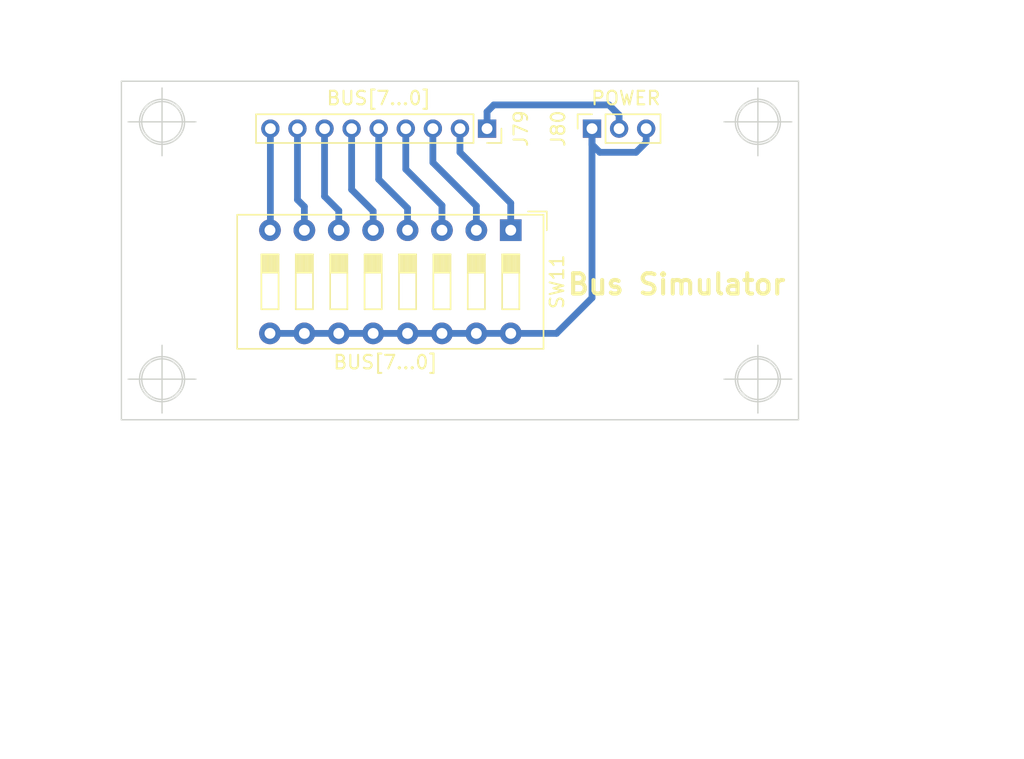
<source format=kicad_pcb>
(kicad_pcb (version 20171130) (host pcbnew 5.1.5+dfsg1-2build2)

  (general
    (thickness 1.6)
    (drawings 16)
    (tracks 37)
    (zones 0)
    (modules 3)
    (nets 11)
  )

  (page A4)
  (title_block
    (title "Bus Simulator")
    (date 2021-01-22)
    (rev 1)
    (comment 1 "Tec. Henrique Silva")
  )

  (layers
    (0 F.Cu signal)
    (31 B.Cu signal)
    (32 B.Adhes user)
    (33 F.Adhes user)
    (34 B.Paste user)
    (35 F.Paste user)
    (36 B.SilkS user)
    (37 F.SilkS user)
    (38 B.Mask user)
    (39 F.Mask user)
    (40 Dwgs.User user)
    (41 Cmts.User user)
    (42 Eco1.User user)
    (43 Eco2.User user)
    (44 Edge.Cuts user)
    (45 Margin user)
    (46 B.CrtYd user)
    (47 F.CrtYd user)
    (48 B.Fab user)
    (49 F.Fab user)
  )

  (setup
    (last_trace_width 0.5)
    (trace_clearance 0.2)
    (zone_clearance 0.508)
    (zone_45_only no)
    (trace_min 0.2)
    (via_size 0.8)
    (via_drill 0.4)
    (via_min_size 0.4)
    (via_min_drill 0.3)
    (uvia_size 0.3)
    (uvia_drill 0.1)
    (uvias_allowed no)
    (uvia_min_size 0.2)
    (uvia_min_drill 0.1)
    (edge_width 0.1)
    (segment_width 0.2)
    (pcb_text_width 0.3)
    (pcb_text_size 1.5 1.5)
    (mod_edge_width 0.15)
    (mod_text_size 1 1)
    (mod_text_width 0.15)
    (pad_size 1.524 1.524)
    (pad_drill 0.762)
    (pad_to_mask_clearance 0)
    (aux_axis_origin 0 0)
    (visible_elements FFFFFF7F)
    (pcbplotparams
      (layerselection 0x010fc_ffffffff)
      (usegerberextensions false)
      (usegerberattributes false)
      (usegerberadvancedattributes false)
      (creategerberjobfile false)
      (excludeedgelayer true)
      (linewidth 0.100000)
      (plotframeref false)
      (viasonmask false)
      (mode 1)
      (useauxorigin false)
      (hpglpennumber 1)
      (hpglpenspeed 20)
      (hpglpendiameter 15.000000)
      (psnegative false)
      (psa4output false)
      (plotreference true)
      (plotvalue true)
      (plotinvisibletext false)
      (padsonsilk false)
      (subtractmaskfromsilk false)
      (outputformat 1)
      (mirror false)
      (drillshape 1)
      (scaleselection 1)
      (outputdirectory ""))
  )

  (net 0 "")
  (net 1 bus7)
  (net 2 bus6)
  (net 3 bus5)
  (net 4 bus4)
  (net 5 bus3)
  (net 6 bus2)
  (net 7 bus1)
  (net 8 bus0)
  (net 9 GND)
  (net 10 +5V)

  (net_class Default "This is the default net class."
    (clearance 0.2)
    (trace_width 0.5)
    (via_dia 0.8)
    (via_drill 0.4)
    (uvia_dia 0.3)
    (uvia_drill 0.1)
    (add_net +5V)
    (add_net GND)
    (add_net bus0)
    (add_net bus1)
    (add_net bus2)
    (add_net bus3)
    (add_net bus4)
    (add_net bus5)
    (add_net bus6)
    (add_net bus7)
  )

  (module Connector_PinSocket_2.00mm:PinSocket_1x03_P2.00mm_Vertical (layer F.Cu) (tedit 5A19A42B) (tstamp 600BCEA7)
    (at 154.75 85.5 90)
    (descr "Through hole straight socket strip, 1x03, 2.00mm pitch, single row (from Kicad 4.0.7), script generated")
    (tags "Through hole socket strip THT 1x03 2.00mm single row")
    (path /63C1891F)
    (fp_text reference J80 (at 0 -2.5 90) (layer F.SilkS)
      (effects (font (size 1 1) (thickness 0.15)))
    )
    (fp_text value POWER (at 2.25 2.5 180) (layer F.SilkS)
      (effects (font (size 1 1) (thickness 0.15)))
    )
    (fp_line (start -1 -1) (end 0.5 -1) (layer F.Fab) (width 0.1))
    (fp_line (start 0.5 -1) (end 1 -0.5) (layer F.Fab) (width 0.1))
    (fp_line (start 1 -0.5) (end 1 5) (layer F.Fab) (width 0.1))
    (fp_line (start 1 5) (end -1 5) (layer F.Fab) (width 0.1))
    (fp_line (start -1 5) (end -1 -1) (layer F.Fab) (width 0.1))
    (fp_line (start -1.06 1) (end 1.06 1) (layer F.SilkS) (width 0.12))
    (fp_line (start -1.06 1) (end -1.06 5.06) (layer F.SilkS) (width 0.12))
    (fp_line (start -1.06 5.06) (end 1.06 5.06) (layer F.SilkS) (width 0.12))
    (fp_line (start 1.06 1) (end 1.06 5.06) (layer F.SilkS) (width 0.12))
    (fp_line (start 1.06 -1.06) (end 1.06 0) (layer F.SilkS) (width 0.12))
    (fp_line (start 0 -1.06) (end 1.06 -1.06) (layer F.SilkS) (width 0.12))
    (fp_line (start -1.5 -1.5) (end 1.5 -1.5) (layer F.CrtYd) (width 0.05))
    (fp_line (start 1.5 -1.5) (end 1.5 5.5) (layer F.CrtYd) (width 0.05))
    (fp_line (start 1.5 5.5) (end -1.5 5.5) (layer F.CrtYd) (width 0.05))
    (fp_line (start -1.5 5.5) (end -1.5 -1.5) (layer F.CrtYd) (width 0.05))
    (fp_text user %R (at 0 2) (layer F.Fab)
      (effects (font (size 1 1) (thickness 0.15)))
    )
    (pad 1 thru_hole rect (at 0 0 90) (size 1.35 1.35) (drill 0.8) (layers *.Cu *.Mask)
      (net 10 +5V))
    (pad 2 thru_hole oval (at 0 2 90) (size 1.35 1.35) (drill 0.8) (layers *.Cu *.Mask)
      (net 9 GND))
    (pad 3 thru_hole oval (at 0 4 90) (size 1.35 1.35) (drill 0.8) (layers *.Cu *.Mask)
      (net 10 +5V))
    (model ${KISYS3DMOD}/Connector_PinSocket_2.00mm.3dshapes/PinSocket_1x03_P2.00mm_Vertical.wrl
      (at (xyz 0 0 0))
      (scale (xyz 1 1 1))
      (rotate (xyz 0 0 0))
    )
  )

  (module Button_Switch_THT:SW_DIP_SPSTx08_Slide_9.78x22.5mm_W7.62mm_P2.54mm (layer F.Cu) (tedit 5A4E1405) (tstamp 600BCFCC)
    (at 148.75 93 270)
    (descr "8x-dip-switch SPST , Slide, row spacing 7.62 mm (300 mils), body size 9.78x22.5mm (see e.g. https://www.ctscorp.com/wp-content/uploads/206-208.pdf)")
    (tags "DIP Switch SPST Slide 7.62mm 300mil")
    (path /63C729F9)
    (fp_text reference SW11 (at 3.81 -3.42 90) (layer F.SilkS)
      (effects (font (size 1 1) (thickness 0.15)))
    )
    (fp_text value BUS[7...0] (at 9.75 9.25 180) (layer F.SilkS)
      (effects (font (size 1 1) (thickness 0.15)))
    )
    (fp_line (start -0.08 -2.36) (end 8.7 -2.36) (layer F.Fab) (width 0.1))
    (fp_line (start 8.7 -2.36) (end 8.7 20.14) (layer F.Fab) (width 0.1))
    (fp_line (start 8.7 20.14) (end -1.08 20.14) (layer F.Fab) (width 0.1))
    (fp_line (start -1.08 20.14) (end -1.08 -1.36) (layer F.Fab) (width 0.1))
    (fp_line (start -1.08 -1.36) (end -0.08 -2.36) (layer F.Fab) (width 0.1))
    (fp_line (start 1.78 -0.635) (end 1.78 0.635) (layer F.Fab) (width 0.1))
    (fp_line (start 1.78 0.635) (end 5.84 0.635) (layer F.Fab) (width 0.1))
    (fp_line (start 5.84 0.635) (end 5.84 -0.635) (layer F.Fab) (width 0.1))
    (fp_line (start 5.84 -0.635) (end 1.78 -0.635) (layer F.Fab) (width 0.1))
    (fp_line (start 1.78 -0.535) (end 3.133333 -0.535) (layer F.Fab) (width 0.1))
    (fp_line (start 1.78 -0.435) (end 3.133333 -0.435) (layer F.Fab) (width 0.1))
    (fp_line (start 1.78 -0.335) (end 3.133333 -0.335) (layer F.Fab) (width 0.1))
    (fp_line (start 1.78 -0.235) (end 3.133333 -0.235) (layer F.Fab) (width 0.1))
    (fp_line (start 1.78 -0.135) (end 3.133333 -0.135) (layer F.Fab) (width 0.1))
    (fp_line (start 1.78 -0.035) (end 3.133333 -0.035) (layer F.Fab) (width 0.1))
    (fp_line (start 1.78 0.065) (end 3.133333 0.065) (layer F.Fab) (width 0.1))
    (fp_line (start 1.78 0.165) (end 3.133333 0.165) (layer F.Fab) (width 0.1))
    (fp_line (start 1.78 0.265) (end 3.133333 0.265) (layer F.Fab) (width 0.1))
    (fp_line (start 1.78 0.365) (end 3.133333 0.365) (layer F.Fab) (width 0.1))
    (fp_line (start 1.78 0.465) (end 3.133333 0.465) (layer F.Fab) (width 0.1))
    (fp_line (start 1.78 0.565) (end 3.133333 0.565) (layer F.Fab) (width 0.1))
    (fp_line (start 3.133333 -0.635) (end 3.133333 0.635) (layer F.Fab) (width 0.1))
    (fp_line (start 1.78 1.905) (end 1.78 3.175) (layer F.Fab) (width 0.1))
    (fp_line (start 1.78 3.175) (end 5.84 3.175) (layer F.Fab) (width 0.1))
    (fp_line (start 5.84 3.175) (end 5.84 1.905) (layer F.Fab) (width 0.1))
    (fp_line (start 5.84 1.905) (end 1.78 1.905) (layer F.Fab) (width 0.1))
    (fp_line (start 1.78 2.005) (end 3.133333 2.005) (layer F.Fab) (width 0.1))
    (fp_line (start 1.78 2.105) (end 3.133333 2.105) (layer F.Fab) (width 0.1))
    (fp_line (start 1.78 2.205) (end 3.133333 2.205) (layer F.Fab) (width 0.1))
    (fp_line (start 1.78 2.305) (end 3.133333 2.305) (layer F.Fab) (width 0.1))
    (fp_line (start 1.78 2.405) (end 3.133333 2.405) (layer F.Fab) (width 0.1))
    (fp_line (start 1.78 2.505) (end 3.133333 2.505) (layer F.Fab) (width 0.1))
    (fp_line (start 1.78 2.605) (end 3.133333 2.605) (layer F.Fab) (width 0.1))
    (fp_line (start 1.78 2.705) (end 3.133333 2.705) (layer F.Fab) (width 0.1))
    (fp_line (start 1.78 2.805) (end 3.133333 2.805) (layer F.Fab) (width 0.1))
    (fp_line (start 1.78 2.905) (end 3.133333 2.905) (layer F.Fab) (width 0.1))
    (fp_line (start 1.78 3.005) (end 3.133333 3.005) (layer F.Fab) (width 0.1))
    (fp_line (start 1.78 3.105) (end 3.133333 3.105) (layer F.Fab) (width 0.1))
    (fp_line (start 3.133333 1.905) (end 3.133333 3.175) (layer F.Fab) (width 0.1))
    (fp_line (start 1.78 4.445) (end 1.78 5.715) (layer F.Fab) (width 0.1))
    (fp_line (start 1.78 5.715) (end 5.84 5.715) (layer F.Fab) (width 0.1))
    (fp_line (start 5.84 5.715) (end 5.84 4.445) (layer F.Fab) (width 0.1))
    (fp_line (start 5.84 4.445) (end 1.78 4.445) (layer F.Fab) (width 0.1))
    (fp_line (start 1.78 4.545) (end 3.133333 4.545) (layer F.Fab) (width 0.1))
    (fp_line (start 1.78 4.645) (end 3.133333 4.645) (layer F.Fab) (width 0.1))
    (fp_line (start 1.78 4.745) (end 3.133333 4.745) (layer F.Fab) (width 0.1))
    (fp_line (start 1.78 4.845) (end 3.133333 4.845) (layer F.Fab) (width 0.1))
    (fp_line (start 1.78 4.945) (end 3.133333 4.945) (layer F.Fab) (width 0.1))
    (fp_line (start 1.78 5.045) (end 3.133333 5.045) (layer F.Fab) (width 0.1))
    (fp_line (start 1.78 5.145) (end 3.133333 5.145) (layer F.Fab) (width 0.1))
    (fp_line (start 1.78 5.245) (end 3.133333 5.245) (layer F.Fab) (width 0.1))
    (fp_line (start 1.78 5.345) (end 3.133333 5.345) (layer F.Fab) (width 0.1))
    (fp_line (start 1.78 5.445) (end 3.133333 5.445) (layer F.Fab) (width 0.1))
    (fp_line (start 1.78 5.545) (end 3.133333 5.545) (layer F.Fab) (width 0.1))
    (fp_line (start 1.78 5.645) (end 3.133333 5.645) (layer F.Fab) (width 0.1))
    (fp_line (start 3.133333 4.445) (end 3.133333 5.715) (layer F.Fab) (width 0.1))
    (fp_line (start 1.78 6.985) (end 1.78 8.255) (layer F.Fab) (width 0.1))
    (fp_line (start 1.78 8.255) (end 5.84 8.255) (layer F.Fab) (width 0.1))
    (fp_line (start 5.84 8.255) (end 5.84 6.985) (layer F.Fab) (width 0.1))
    (fp_line (start 5.84 6.985) (end 1.78 6.985) (layer F.Fab) (width 0.1))
    (fp_line (start 1.78 7.085) (end 3.133333 7.085) (layer F.Fab) (width 0.1))
    (fp_line (start 1.78 7.185) (end 3.133333 7.185) (layer F.Fab) (width 0.1))
    (fp_line (start 1.78 7.285) (end 3.133333 7.285) (layer F.Fab) (width 0.1))
    (fp_line (start 1.78 7.385) (end 3.133333 7.385) (layer F.Fab) (width 0.1))
    (fp_line (start 1.78 7.485) (end 3.133333 7.485) (layer F.Fab) (width 0.1))
    (fp_line (start 1.78 7.585) (end 3.133333 7.585) (layer F.Fab) (width 0.1))
    (fp_line (start 1.78 7.685) (end 3.133333 7.685) (layer F.Fab) (width 0.1))
    (fp_line (start 1.78 7.785) (end 3.133333 7.785) (layer F.Fab) (width 0.1))
    (fp_line (start 1.78 7.885) (end 3.133333 7.885) (layer F.Fab) (width 0.1))
    (fp_line (start 1.78 7.985) (end 3.133333 7.985) (layer F.Fab) (width 0.1))
    (fp_line (start 1.78 8.085) (end 3.133333 8.085) (layer F.Fab) (width 0.1))
    (fp_line (start 1.78 8.185) (end 3.133333 8.185) (layer F.Fab) (width 0.1))
    (fp_line (start 3.133333 6.985) (end 3.133333 8.255) (layer F.Fab) (width 0.1))
    (fp_line (start 1.78 9.525) (end 1.78 10.795) (layer F.Fab) (width 0.1))
    (fp_line (start 1.78 10.795) (end 5.84 10.795) (layer F.Fab) (width 0.1))
    (fp_line (start 5.84 10.795) (end 5.84 9.525) (layer F.Fab) (width 0.1))
    (fp_line (start 5.84 9.525) (end 1.78 9.525) (layer F.Fab) (width 0.1))
    (fp_line (start 1.78 9.625) (end 3.133333 9.625) (layer F.Fab) (width 0.1))
    (fp_line (start 1.78 9.725) (end 3.133333 9.725) (layer F.Fab) (width 0.1))
    (fp_line (start 1.78 9.825) (end 3.133333 9.825) (layer F.Fab) (width 0.1))
    (fp_line (start 1.78 9.925) (end 3.133333 9.925) (layer F.Fab) (width 0.1))
    (fp_line (start 1.78 10.025) (end 3.133333 10.025) (layer F.Fab) (width 0.1))
    (fp_line (start 1.78 10.125) (end 3.133333 10.125) (layer F.Fab) (width 0.1))
    (fp_line (start 1.78 10.225) (end 3.133333 10.225) (layer F.Fab) (width 0.1))
    (fp_line (start 1.78 10.325) (end 3.133333 10.325) (layer F.Fab) (width 0.1))
    (fp_line (start 1.78 10.425) (end 3.133333 10.425) (layer F.Fab) (width 0.1))
    (fp_line (start 1.78 10.525) (end 3.133333 10.525) (layer F.Fab) (width 0.1))
    (fp_line (start 1.78 10.625) (end 3.133333 10.625) (layer F.Fab) (width 0.1))
    (fp_line (start 1.78 10.725) (end 3.133333 10.725) (layer F.Fab) (width 0.1))
    (fp_line (start 3.133333 9.525) (end 3.133333 10.795) (layer F.Fab) (width 0.1))
    (fp_line (start 1.78 12.065) (end 1.78 13.335) (layer F.Fab) (width 0.1))
    (fp_line (start 1.78 13.335) (end 5.84 13.335) (layer F.Fab) (width 0.1))
    (fp_line (start 5.84 13.335) (end 5.84 12.065) (layer F.Fab) (width 0.1))
    (fp_line (start 5.84 12.065) (end 1.78 12.065) (layer F.Fab) (width 0.1))
    (fp_line (start 1.78 12.165) (end 3.133333 12.165) (layer F.Fab) (width 0.1))
    (fp_line (start 1.78 12.265) (end 3.133333 12.265) (layer F.Fab) (width 0.1))
    (fp_line (start 1.78 12.365) (end 3.133333 12.365) (layer F.Fab) (width 0.1))
    (fp_line (start 1.78 12.465) (end 3.133333 12.465) (layer F.Fab) (width 0.1))
    (fp_line (start 1.78 12.565) (end 3.133333 12.565) (layer F.Fab) (width 0.1))
    (fp_line (start 1.78 12.665) (end 3.133333 12.665) (layer F.Fab) (width 0.1))
    (fp_line (start 1.78 12.765) (end 3.133333 12.765) (layer F.Fab) (width 0.1))
    (fp_line (start 1.78 12.865) (end 3.133333 12.865) (layer F.Fab) (width 0.1))
    (fp_line (start 1.78 12.965) (end 3.133333 12.965) (layer F.Fab) (width 0.1))
    (fp_line (start 1.78 13.065) (end 3.133333 13.065) (layer F.Fab) (width 0.1))
    (fp_line (start 1.78 13.165) (end 3.133333 13.165) (layer F.Fab) (width 0.1))
    (fp_line (start 1.78 13.265) (end 3.133333 13.265) (layer F.Fab) (width 0.1))
    (fp_line (start 3.133333 12.065) (end 3.133333 13.335) (layer F.Fab) (width 0.1))
    (fp_line (start 1.78 14.605) (end 1.78 15.875) (layer F.Fab) (width 0.1))
    (fp_line (start 1.78 15.875) (end 5.84 15.875) (layer F.Fab) (width 0.1))
    (fp_line (start 5.84 15.875) (end 5.84 14.605) (layer F.Fab) (width 0.1))
    (fp_line (start 5.84 14.605) (end 1.78 14.605) (layer F.Fab) (width 0.1))
    (fp_line (start 1.78 14.705) (end 3.133333 14.705) (layer F.Fab) (width 0.1))
    (fp_line (start 1.78 14.805) (end 3.133333 14.805) (layer F.Fab) (width 0.1))
    (fp_line (start 1.78 14.905) (end 3.133333 14.905) (layer F.Fab) (width 0.1))
    (fp_line (start 1.78 15.005) (end 3.133333 15.005) (layer F.Fab) (width 0.1))
    (fp_line (start 1.78 15.105) (end 3.133333 15.105) (layer F.Fab) (width 0.1))
    (fp_line (start 1.78 15.205) (end 3.133333 15.205) (layer F.Fab) (width 0.1))
    (fp_line (start 1.78 15.305) (end 3.133333 15.305) (layer F.Fab) (width 0.1))
    (fp_line (start 1.78 15.405) (end 3.133333 15.405) (layer F.Fab) (width 0.1))
    (fp_line (start 1.78 15.505) (end 3.133333 15.505) (layer F.Fab) (width 0.1))
    (fp_line (start 1.78 15.605) (end 3.133333 15.605) (layer F.Fab) (width 0.1))
    (fp_line (start 1.78 15.705) (end 3.133333 15.705) (layer F.Fab) (width 0.1))
    (fp_line (start 1.78 15.805) (end 3.133333 15.805) (layer F.Fab) (width 0.1))
    (fp_line (start 3.133333 14.605) (end 3.133333 15.875) (layer F.Fab) (width 0.1))
    (fp_line (start 1.78 17.145) (end 1.78 18.415) (layer F.Fab) (width 0.1))
    (fp_line (start 1.78 18.415) (end 5.84 18.415) (layer F.Fab) (width 0.1))
    (fp_line (start 5.84 18.415) (end 5.84 17.145) (layer F.Fab) (width 0.1))
    (fp_line (start 5.84 17.145) (end 1.78 17.145) (layer F.Fab) (width 0.1))
    (fp_line (start 1.78 17.245) (end 3.133333 17.245) (layer F.Fab) (width 0.1))
    (fp_line (start 1.78 17.345) (end 3.133333 17.345) (layer F.Fab) (width 0.1))
    (fp_line (start 1.78 17.445) (end 3.133333 17.445) (layer F.Fab) (width 0.1))
    (fp_line (start 1.78 17.545) (end 3.133333 17.545) (layer F.Fab) (width 0.1))
    (fp_line (start 1.78 17.645) (end 3.133333 17.645) (layer F.Fab) (width 0.1))
    (fp_line (start 1.78 17.745) (end 3.133333 17.745) (layer F.Fab) (width 0.1))
    (fp_line (start 1.78 17.845) (end 3.133333 17.845) (layer F.Fab) (width 0.1))
    (fp_line (start 1.78 17.945) (end 3.133333 17.945) (layer F.Fab) (width 0.1))
    (fp_line (start 1.78 18.045) (end 3.133333 18.045) (layer F.Fab) (width 0.1))
    (fp_line (start 1.78 18.145) (end 3.133333 18.145) (layer F.Fab) (width 0.1))
    (fp_line (start 1.78 18.245) (end 3.133333 18.245) (layer F.Fab) (width 0.1))
    (fp_line (start 1.78 18.345) (end 3.133333 18.345) (layer F.Fab) (width 0.1))
    (fp_line (start 3.133333 17.145) (end 3.133333 18.415) (layer F.Fab) (width 0.1))
    (fp_line (start -1.14 -2.42) (end 8.76 -2.42) (layer F.SilkS) (width 0.12))
    (fp_line (start -1.14 20.201) (end 8.76 20.201) (layer F.SilkS) (width 0.12))
    (fp_line (start -1.14 -2.42) (end -1.14 20.201) (layer F.SilkS) (width 0.12))
    (fp_line (start 8.76 -2.42) (end 8.76 20.201) (layer F.SilkS) (width 0.12))
    (fp_line (start -1.38 -2.66) (end 0.004 -2.66) (layer F.SilkS) (width 0.12))
    (fp_line (start -1.38 -2.66) (end -1.38 -1.277) (layer F.SilkS) (width 0.12))
    (fp_line (start 1.78 -0.635) (end 1.78 0.635) (layer F.SilkS) (width 0.12))
    (fp_line (start 1.78 0.635) (end 5.84 0.635) (layer F.SilkS) (width 0.12))
    (fp_line (start 5.84 0.635) (end 5.84 -0.635) (layer F.SilkS) (width 0.12))
    (fp_line (start 5.84 -0.635) (end 1.78 -0.635) (layer F.SilkS) (width 0.12))
    (fp_line (start 1.78 -0.515) (end 3.133333 -0.515) (layer F.SilkS) (width 0.12))
    (fp_line (start 1.78 -0.395) (end 3.133333 -0.395) (layer F.SilkS) (width 0.12))
    (fp_line (start 1.78 -0.275) (end 3.133333 -0.275) (layer F.SilkS) (width 0.12))
    (fp_line (start 1.78 -0.155) (end 3.133333 -0.155) (layer F.SilkS) (width 0.12))
    (fp_line (start 1.78 -0.035) (end 3.133333 -0.035) (layer F.SilkS) (width 0.12))
    (fp_line (start 1.78 0.085) (end 3.133333 0.085) (layer F.SilkS) (width 0.12))
    (fp_line (start 1.78 0.205) (end 3.133333 0.205) (layer F.SilkS) (width 0.12))
    (fp_line (start 1.78 0.325) (end 3.133333 0.325) (layer F.SilkS) (width 0.12))
    (fp_line (start 1.78 0.445) (end 3.133333 0.445) (layer F.SilkS) (width 0.12))
    (fp_line (start 1.78 0.565) (end 3.133333 0.565) (layer F.SilkS) (width 0.12))
    (fp_line (start 3.133333 -0.635) (end 3.133333 0.635) (layer F.SilkS) (width 0.12))
    (fp_line (start 1.78 1.905) (end 1.78 3.175) (layer F.SilkS) (width 0.12))
    (fp_line (start 1.78 3.175) (end 5.84 3.175) (layer F.SilkS) (width 0.12))
    (fp_line (start 5.84 3.175) (end 5.84 1.905) (layer F.SilkS) (width 0.12))
    (fp_line (start 5.84 1.905) (end 1.78 1.905) (layer F.SilkS) (width 0.12))
    (fp_line (start 1.78 2.025) (end 3.133333 2.025) (layer F.SilkS) (width 0.12))
    (fp_line (start 1.78 2.145) (end 3.133333 2.145) (layer F.SilkS) (width 0.12))
    (fp_line (start 1.78 2.265) (end 3.133333 2.265) (layer F.SilkS) (width 0.12))
    (fp_line (start 1.78 2.385) (end 3.133333 2.385) (layer F.SilkS) (width 0.12))
    (fp_line (start 1.78 2.505) (end 3.133333 2.505) (layer F.SilkS) (width 0.12))
    (fp_line (start 1.78 2.625) (end 3.133333 2.625) (layer F.SilkS) (width 0.12))
    (fp_line (start 1.78 2.745) (end 3.133333 2.745) (layer F.SilkS) (width 0.12))
    (fp_line (start 1.78 2.865) (end 3.133333 2.865) (layer F.SilkS) (width 0.12))
    (fp_line (start 1.78 2.985) (end 3.133333 2.985) (layer F.SilkS) (width 0.12))
    (fp_line (start 1.78 3.105) (end 3.133333 3.105) (layer F.SilkS) (width 0.12))
    (fp_line (start 3.133333 1.905) (end 3.133333 3.175) (layer F.SilkS) (width 0.12))
    (fp_line (start 1.78 4.445) (end 1.78 5.715) (layer F.SilkS) (width 0.12))
    (fp_line (start 1.78 5.715) (end 5.84 5.715) (layer F.SilkS) (width 0.12))
    (fp_line (start 5.84 5.715) (end 5.84 4.445) (layer F.SilkS) (width 0.12))
    (fp_line (start 5.84 4.445) (end 1.78 4.445) (layer F.SilkS) (width 0.12))
    (fp_line (start 1.78 4.565) (end 3.133333 4.565) (layer F.SilkS) (width 0.12))
    (fp_line (start 1.78 4.685) (end 3.133333 4.685) (layer F.SilkS) (width 0.12))
    (fp_line (start 1.78 4.805) (end 3.133333 4.805) (layer F.SilkS) (width 0.12))
    (fp_line (start 1.78 4.925) (end 3.133333 4.925) (layer F.SilkS) (width 0.12))
    (fp_line (start 1.78 5.045) (end 3.133333 5.045) (layer F.SilkS) (width 0.12))
    (fp_line (start 1.78 5.165) (end 3.133333 5.165) (layer F.SilkS) (width 0.12))
    (fp_line (start 1.78 5.285) (end 3.133333 5.285) (layer F.SilkS) (width 0.12))
    (fp_line (start 1.78 5.405) (end 3.133333 5.405) (layer F.SilkS) (width 0.12))
    (fp_line (start 1.78 5.525) (end 3.133333 5.525) (layer F.SilkS) (width 0.12))
    (fp_line (start 1.78 5.645) (end 3.133333 5.645) (layer F.SilkS) (width 0.12))
    (fp_line (start 3.133333 4.445) (end 3.133333 5.715) (layer F.SilkS) (width 0.12))
    (fp_line (start 1.78 6.985) (end 1.78 8.255) (layer F.SilkS) (width 0.12))
    (fp_line (start 1.78 8.255) (end 5.84 8.255) (layer F.SilkS) (width 0.12))
    (fp_line (start 5.84 8.255) (end 5.84 6.985) (layer F.SilkS) (width 0.12))
    (fp_line (start 5.84 6.985) (end 1.78 6.985) (layer F.SilkS) (width 0.12))
    (fp_line (start 1.78 7.105) (end 3.133333 7.105) (layer F.SilkS) (width 0.12))
    (fp_line (start 1.78 7.225) (end 3.133333 7.225) (layer F.SilkS) (width 0.12))
    (fp_line (start 1.78 7.345) (end 3.133333 7.345) (layer F.SilkS) (width 0.12))
    (fp_line (start 1.78 7.465) (end 3.133333 7.465) (layer F.SilkS) (width 0.12))
    (fp_line (start 1.78 7.585) (end 3.133333 7.585) (layer F.SilkS) (width 0.12))
    (fp_line (start 1.78 7.705) (end 3.133333 7.705) (layer F.SilkS) (width 0.12))
    (fp_line (start 1.78 7.825) (end 3.133333 7.825) (layer F.SilkS) (width 0.12))
    (fp_line (start 1.78 7.945) (end 3.133333 7.945) (layer F.SilkS) (width 0.12))
    (fp_line (start 1.78 8.065) (end 3.133333 8.065) (layer F.SilkS) (width 0.12))
    (fp_line (start 1.78 8.185) (end 3.133333 8.185) (layer F.SilkS) (width 0.12))
    (fp_line (start 3.133333 6.985) (end 3.133333 8.255) (layer F.SilkS) (width 0.12))
    (fp_line (start 1.78 9.525) (end 1.78 10.795) (layer F.SilkS) (width 0.12))
    (fp_line (start 1.78 10.795) (end 5.84 10.795) (layer F.SilkS) (width 0.12))
    (fp_line (start 5.84 10.795) (end 5.84 9.525) (layer F.SilkS) (width 0.12))
    (fp_line (start 5.84 9.525) (end 1.78 9.525) (layer F.SilkS) (width 0.12))
    (fp_line (start 1.78 9.645) (end 3.133333 9.645) (layer F.SilkS) (width 0.12))
    (fp_line (start 1.78 9.765) (end 3.133333 9.765) (layer F.SilkS) (width 0.12))
    (fp_line (start 1.78 9.885) (end 3.133333 9.885) (layer F.SilkS) (width 0.12))
    (fp_line (start 1.78 10.005) (end 3.133333 10.005) (layer F.SilkS) (width 0.12))
    (fp_line (start 1.78 10.125) (end 3.133333 10.125) (layer F.SilkS) (width 0.12))
    (fp_line (start 1.78 10.245) (end 3.133333 10.245) (layer F.SilkS) (width 0.12))
    (fp_line (start 1.78 10.365) (end 3.133333 10.365) (layer F.SilkS) (width 0.12))
    (fp_line (start 1.78 10.485) (end 3.133333 10.485) (layer F.SilkS) (width 0.12))
    (fp_line (start 1.78 10.605) (end 3.133333 10.605) (layer F.SilkS) (width 0.12))
    (fp_line (start 1.78 10.725) (end 3.133333 10.725) (layer F.SilkS) (width 0.12))
    (fp_line (start 3.133333 9.525) (end 3.133333 10.795) (layer F.SilkS) (width 0.12))
    (fp_line (start 1.78 12.065) (end 1.78 13.335) (layer F.SilkS) (width 0.12))
    (fp_line (start 1.78 13.335) (end 5.84 13.335) (layer F.SilkS) (width 0.12))
    (fp_line (start 5.84 13.335) (end 5.84 12.065) (layer F.SilkS) (width 0.12))
    (fp_line (start 5.84 12.065) (end 1.78 12.065) (layer F.SilkS) (width 0.12))
    (fp_line (start 1.78 12.185) (end 3.133333 12.185) (layer F.SilkS) (width 0.12))
    (fp_line (start 1.78 12.305) (end 3.133333 12.305) (layer F.SilkS) (width 0.12))
    (fp_line (start 1.78 12.425) (end 3.133333 12.425) (layer F.SilkS) (width 0.12))
    (fp_line (start 1.78 12.545) (end 3.133333 12.545) (layer F.SilkS) (width 0.12))
    (fp_line (start 1.78 12.665) (end 3.133333 12.665) (layer F.SilkS) (width 0.12))
    (fp_line (start 1.78 12.785) (end 3.133333 12.785) (layer F.SilkS) (width 0.12))
    (fp_line (start 1.78 12.905) (end 3.133333 12.905) (layer F.SilkS) (width 0.12))
    (fp_line (start 1.78 13.025) (end 3.133333 13.025) (layer F.SilkS) (width 0.12))
    (fp_line (start 1.78 13.145) (end 3.133333 13.145) (layer F.SilkS) (width 0.12))
    (fp_line (start 1.78 13.265) (end 3.133333 13.265) (layer F.SilkS) (width 0.12))
    (fp_line (start 3.133333 12.065) (end 3.133333 13.335) (layer F.SilkS) (width 0.12))
    (fp_line (start 1.78 14.605) (end 1.78 15.875) (layer F.SilkS) (width 0.12))
    (fp_line (start 1.78 15.875) (end 5.84 15.875) (layer F.SilkS) (width 0.12))
    (fp_line (start 5.84 15.875) (end 5.84 14.605) (layer F.SilkS) (width 0.12))
    (fp_line (start 5.84 14.605) (end 1.78 14.605) (layer F.SilkS) (width 0.12))
    (fp_line (start 1.78 14.725) (end 3.133333 14.725) (layer F.SilkS) (width 0.12))
    (fp_line (start 1.78 14.845) (end 3.133333 14.845) (layer F.SilkS) (width 0.12))
    (fp_line (start 1.78 14.965) (end 3.133333 14.965) (layer F.SilkS) (width 0.12))
    (fp_line (start 1.78 15.085) (end 3.133333 15.085) (layer F.SilkS) (width 0.12))
    (fp_line (start 1.78 15.205) (end 3.133333 15.205) (layer F.SilkS) (width 0.12))
    (fp_line (start 1.78 15.325) (end 3.133333 15.325) (layer F.SilkS) (width 0.12))
    (fp_line (start 1.78 15.445) (end 3.133333 15.445) (layer F.SilkS) (width 0.12))
    (fp_line (start 1.78 15.565) (end 3.133333 15.565) (layer F.SilkS) (width 0.12))
    (fp_line (start 1.78 15.685) (end 3.133333 15.685) (layer F.SilkS) (width 0.12))
    (fp_line (start 1.78 15.805) (end 3.133333 15.805) (layer F.SilkS) (width 0.12))
    (fp_line (start 3.133333 14.605) (end 3.133333 15.875) (layer F.SilkS) (width 0.12))
    (fp_line (start 1.78 17.145) (end 1.78 18.415) (layer F.SilkS) (width 0.12))
    (fp_line (start 1.78 18.415) (end 5.84 18.415) (layer F.SilkS) (width 0.12))
    (fp_line (start 5.84 18.415) (end 5.84 17.145) (layer F.SilkS) (width 0.12))
    (fp_line (start 5.84 17.145) (end 1.78 17.145) (layer F.SilkS) (width 0.12))
    (fp_line (start 1.78 17.265) (end 3.133333 17.265) (layer F.SilkS) (width 0.12))
    (fp_line (start 1.78 17.385) (end 3.133333 17.385) (layer F.SilkS) (width 0.12))
    (fp_line (start 1.78 17.505) (end 3.133333 17.505) (layer F.SilkS) (width 0.12))
    (fp_line (start 1.78 17.625) (end 3.133333 17.625) (layer F.SilkS) (width 0.12))
    (fp_line (start 1.78 17.745) (end 3.133333 17.745) (layer F.SilkS) (width 0.12))
    (fp_line (start 1.78 17.865) (end 3.133333 17.865) (layer F.SilkS) (width 0.12))
    (fp_line (start 1.78 17.985) (end 3.133333 17.985) (layer F.SilkS) (width 0.12))
    (fp_line (start 1.78 18.105) (end 3.133333 18.105) (layer F.SilkS) (width 0.12))
    (fp_line (start 1.78 18.225) (end 3.133333 18.225) (layer F.SilkS) (width 0.12))
    (fp_line (start 1.78 18.345) (end 3.133333 18.345) (layer F.SilkS) (width 0.12))
    (fp_line (start 3.133333 17.145) (end 3.133333 18.415) (layer F.SilkS) (width 0.12))
    (fp_line (start -1.35 -2.7) (end -1.35 20.5) (layer F.CrtYd) (width 0.05))
    (fp_line (start -1.35 20.5) (end 8.95 20.5) (layer F.CrtYd) (width 0.05))
    (fp_line (start 8.95 20.5) (end 8.95 -2.7) (layer F.CrtYd) (width 0.05))
    (fp_line (start 8.95 -2.7) (end -1.35 -2.7) (layer F.CrtYd) (width 0.05))
    (fp_text user %R (at 7.27 8.89) (layer F.Fab)
      (effects (font (size 0.8 0.8) (thickness 0.12)))
    )
    (fp_text user on (at 5.365 -1.4975 90) (layer F.Fab)
      (effects (font (size 0.8 0.8) (thickness 0.12)))
    )
    (pad 1 thru_hole rect (at 0 0 270) (size 1.6 1.6) (drill 0.8) (layers *.Cu *.Mask)
      (net 8 bus0))
    (pad 9 thru_hole oval (at 7.62 17.78 270) (size 1.6 1.6) (drill 0.8) (layers *.Cu *.Mask)
      (net 10 +5V))
    (pad 2 thru_hole oval (at 0 2.54 270) (size 1.6 1.6) (drill 0.8) (layers *.Cu *.Mask)
      (net 7 bus1))
    (pad 10 thru_hole oval (at 7.62 15.24 270) (size 1.6 1.6) (drill 0.8) (layers *.Cu *.Mask)
      (net 10 +5V))
    (pad 3 thru_hole oval (at 0 5.08 270) (size 1.6 1.6) (drill 0.8) (layers *.Cu *.Mask)
      (net 6 bus2))
    (pad 11 thru_hole oval (at 7.62 12.7 270) (size 1.6 1.6) (drill 0.8) (layers *.Cu *.Mask)
      (net 10 +5V))
    (pad 4 thru_hole oval (at 0 7.62 270) (size 1.6 1.6) (drill 0.8) (layers *.Cu *.Mask)
      (net 5 bus3))
    (pad 12 thru_hole oval (at 7.62 10.16 270) (size 1.6 1.6) (drill 0.8) (layers *.Cu *.Mask)
      (net 10 +5V))
    (pad 5 thru_hole oval (at 0 10.16 270) (size 1.6 1.6) (drill 0.8) (layers *.Cu *.Mask)
      (net 4 bus4))
    (pad 13 thru_hole oval (at 7.62 7.62 270) (size 1.6 1.6) (drill 0.8) (layers *.Cu *.Mask)
      (net 10 +5V))
    (pad 6 thru_hole oval (at 0 12.7 270) (size 1.6 1.6) (drill 0.8) (layers *.Cu *.Mask)
      (net 3 bus5))
    (pad 14 thru_hole oval (at 7.62 5.08 270) (size 1.6 1.6) (drill 0.8) (layers *.Cu *.Mask)
      (net 10 +5V))
    (pad 7 thru_hole oval (at 0 15.24 270) (size 1.6 1.6) (drill 0.8) (layers *.Cu *.Mask)
      (net 2 bus6))
    (pad 15 thru_hole oval (at 7.62 2.54 270) (size 1.6 1.6) (drill 0.8) (layers *.Cu *.Mask)
      (net 10 +5V))
    (pad 8 thru_hole oval (at 0 17.78 270) (size 1.6 1.6) (drill 0.8) (layers *.Cu *.Mask)
      (net 1 bus7))
    (pad 16 thru_hole oval (at 7.62 0 270) (size 1.6 1.6) (drill 0.8) (layers *.Cu *.Mask)
      (net 10 +5V))
    (model ${KISYS3DMOD}/Button_Switch_THT.3dshapes/SW_DIP_SPSTx08_Slide_9.78x22.5mm_W7.62mm_P2.54mm.wrl
      (at (xyz 0 0 0))
      (scale (xyz 1 1 1))
      (rotate (xyz 0 0 90))
    )
  )

  (module Connector_PinSocket_2.00mm:PinSocket_1x09_P2.00mm_Vertical (layer F.Cu) (tedit 5A19A42B) (tstamp 600BCE90)
    (at 147 85.5 270)
    (descr "Through hole straight socket strip, 1x09, 2.00mm pitch, single row (from Kicad 4.0.7), script generated")
    (tags "Through hole socket strip THT 1x09 2.00mm single row")
    (path /63C18938)
    (fp_text reference J79 (at 0 -2.5 90) (layer F.SilkS)
      (effects (font (size 1 1) (thickness 0.15)))
    )
    (fp_text value BUS[7...0] (at -2.25 8 180) (layer F.SilkS)
      (effects (font (size 1 1) (thickness 0.15)))
    )
    (fp_line (start -1 -1) (end 0.5 -1) (layer F.Fab) (width 0.1))
    (fp_line (start 0.5 -1) (end 1 -0.5) (layer F.Fab) (width 0.1))
    (fp_line (start 1 -0.5) (end 1 17) (layer F.Fab) (width 0.1))
    (fp_line (start 1 17) (end -1 17) (layer F.Fab) (width 0.1))
    (fp_line (start -1 17) (end -1 -1) (layer F.Fab) (width 0.1))
    (fp_line (start -1.06 1) (end 1.06 1) (layer F.SilkS) (width 0.12))
    (fp_line (start -1.06 1) (end -1.06 17.06) (layer F.SilkS) (width 0.12))
    (fp_line (start -1.06 17.06) (end 1.06 17.06) (layer F.SilkS) (width 0.12))
    (fp_line (start 1.06 1) (end 1.06 17.06) (layer F.SilkS) (width 0.12))
    (fp_line (start 1.06 -1.06) (end 1.06 0) (layer F.SilkS) (width 0.12))
    (fp_line (start 0 -1.06) (end 1.06 -1.06) (layer F.SilkS) (width 0.12))
    (fp_line (start -1.5 -1.5) (end 1.5 -1.5) (layer F.CrtYd) (width 0.05))
    (fp_line (start 1.5 -1.5) (end 1.5 17.5) (layer F.CrtYd) (width 0.05))
    (fp_line (start 1.5 17.5) (end -1.5 17.5) (layer F.CrtYd) (width 0.05))
    (fp_line (start -1.5 17.5) (end -1.5 -1.5) (layer F.CrtYd) (width 0.05))
    (fp_text user %R (at 0 8) (layer F.Fab)
      (effects (font (size 1 1) (thickness 0.15)))
    )
    (pad 1 thru_hole rect (at 0 0 270) (size 1.35 1.35) (drill 0.8) (layers *.Cu *.Mask)
      (net 9 GND))
    (pad 2 thru_hole oval (at 0 2 270) (size 1.35 1.35) (drill 0.8) (layers *.Cu *.Mask)
      (net 8 bus0))
    (pad 3 thru_hole oval (at 0 4 270) (size 1.35 1.35) (drill 0.8) (layers *.Cu *.Mask)
      (net 7 bus1))
    (pad 4 thru_hole oval (at 0 6 270) (size 1.35 1.35) (drill 0.8) (layers *.Cu *.Mask)
      (net 6 bus2))
    (pad 5 thru_hole oval (at 0 8 270) (size 1.35 1.35) (drill 0.8) (layers *.Cu *.Mask)
      (net 5 bus3))
    (pad 6 thru_hole oval (at 0 10 270) (size 1.35 1.35) (drill 0.8) (layers *.Cu *.Mask)
      (net 4 bus4))
    (pad 7 thru_hole oval (at 0 12 270) (size 1.35 1.35) (drill 0.8) (layers *.Cu *.Mask)
      (net 3 bus5))
    (pad 8 thru_hole oval (at 0 14 270) (size 1.35 1.35) (drill 0.8) (layers *.Cu *.Mask)
      (net 2 bus6))
    (pad 9 thru_hole oval (at 0 16 270) (size 1.35 1.35) (drill 0.8) (layers *.Cu *.Mask)
      (net 1 bus7))
    (model ${KISYS3DMOD}/Connector_PinSocket_2.00mm.3dshapes/PinSocket_1x09_P2.00mm_Vertical.wrl
      (at (xyz 0 0 0))
      (scale (xyz 1 1 1))
      (rotate (xyz 0 0 0))
    )
  )

  (gr_text "Bus Simulator" (at 161 97) (layer F.SilkS)
    (effects (font (size 1.5 1.5) (thickness 0.3)))
  )
  (gr_circle (center 123 85) (end 124.5 85) (layer Edge.Cuts) (width 0.1))
  (gr_circle (center 123 104) (end 124.5 104) (layer Edge.Cuts) (width 0.1))
  (gr_circle (center 167 85) (end 168.5 85) (layer Edge.Cuts) (width 0.1))
  (gr_circle (center 167 104) (end 168.5 104) (layer Edge.Cuts) (width 0.1))
  (target plus (at 167 104) (size 5) (width 0.1) (layer Edge.Cuts) (tstamp 600BCD1C))
  (target plus (at 167 85) (size 5) (width 0.1) (layer Edge.Cuts) (tstamp 600BCD1B))
  (target plus (at 123 85) (size 5) (width 0.1) (layer Edge.Cuts) (tstamp 600BCD1A))
  (target plus (at 123 104) (size 5) (width 0.1) (layer Edge.Cuts))
  (gr_line (start 170 82) (end 170 107) (layer Edge.Cuts) (width 0.1))
  (gr_line (start 120 82) (end 170 82) (layer Edge.Cuts) (width 0.1))
  (gr_line (start 120 107) (end 120 82) (layer Edge.Cuts) (width 0.1))
  (gr_line (start 170 107) (end 120 107) (layer Edge.Cuts) (width 0.1))
  (dimension 25 (width 0.15) (layer Dwgs.User)
    (gr_text "25,000 mm" (at 114.7 94.5 90) (layer Dwgs.User)
      (effects (font (size 1 1) (thickness 0.15)))
    )
    (feature1 (pts (xy 118 82) (xy 115.413579 82)))
    (feature2 (pts (xy 118 107) (xy 115.413579 107)))
    (crossbar (pts (xy 116 107) (xy 116 82)))
    (arrow1a (pts (xy 116 82) (xy 116.586421 83.126504)))
    (arrow1b (pts (xy 116 82) (xy 115.413579 83.126504)))
    (arrow2a (pts (xy 116 107) (xy 116.586421 105.873496)))
    (arrow2b (pts (xy 116 107) (xy 115.413579 105.873496)))
  )
  (dimension 50 (width 0.15) (layer Dwgs.User)
    (gr_text "50,000 mm" (at 185.3 107 270) (layer Dwgs.User)
      (effects (font (size 1 1) (thickness 0.15)))
    )
    (feature1 (pts (xy 182 132) (xy 184.586421 132)))
    (feature2 (pts (xy 182 82) (xy 184.586421 82)))
    (crossbar (pts (xy 184 82) (xy 184 132)))
    (arrow1a (pts (xy 184 132) (xy 183.413579 130.873496)))
    (arrow1b (pts (xy 184 132) (xy 184.586421 130.873496)))
    (arrow2a (pts (xy 184 82) (xy 183.413579 83.126504)))
    (arrow2b (pts (xy 184 82) (xy 184.586421 83.126504)))
  )
  (dimension 50 (width 0.15) (layer Dwgs.User)
    (gr_text "50,000 mm" (at 145 76.7) (layer Dwgs.User)
      (effects (font (size 1 1) (thickness 0.15)))
    )
    (feature1 (pts (xy 170 80) (xy 170 77.413579)))
    (feature2 (pts (xy 120 80) (xy 120 77.413579)))
    (crossbar (pts (xy 120 78) (xy 170 78)))
    (arrow1a (pts (xy 170 78) (xy 168.873496 78.586421)))
    (arrow1b (pts (xy 170 78) (xy 168.873496 77.413579)))
    (arrow2a (pts (xy 120 78) (xy 121.126504 78.586421)))
    (arrow2b (pts (xy 120 78) (xy 121.126504 77.413579)))
  )

  (segment (start 131 85.5) (end 131 92.97) (width 0.5) (layer B.Cu) (net 1))
  (segment (start 131 92.97) (end 130.97 93) (width 0.5) (layer B.Cu) (net 1))
  (segment (start 133 90.75) (end 133.51 91.26) (width 0.5) (layer B.Cu) (net 2))
  (segment (start 133 85.5) (end 133 90.75) (width 0.5) (layer B.Cu) (net 2))
  (segment (start 133.51 91.26) (end 133.51 93) (width 0.5) (layer B.Cu) (net 2))
  (segment (start 135 85.5) (end 135 90.5) (width 0.5) (layer B.Cu) (net 3))
  (segment (start 135 90.5) (end 136.05 91.55) (width 0.5) (layer B.Cu) (net 3))
  (segment (start 136.05 91.55) (end 136.05 93) (width 0.5) (layer B.Cu) (net 3))
  (segment (start 137 90) (end 138.59 91.59) (width 0.5) (layer B.Cu) (net 4))
  (segment (start 137 85.5) (end 137 90) (width 0.5) (layer B.Cu) (net 4))
  (segment (start 138.59 91.59) (end 138.59 93) (width 0.5) (layer B.Cu) (net 4))
  (segment (start 139 89.25) (end 141.13 91.38) (width 0.5) (layer B.Cu) (net 5))
  (segment (start 141.13 91.38) (end 141.13 93) (width 0.5) (layer B.Cu) (net 5))
  (segment (start 139 85.5) (end 139 89.25) (width 0.5) (layer B.Cu) (net 5))
  (segment (start 143.67 91.17) (end 143.67 93) (width 0.5) (layer B.Cu) (net 6))
  (segment (start 141 85.5) (end 141 88.5) (width 0.5) (layer B.Cu) (net 6))
  (segment (start 141 88.5) (end 143.67 91.17) (width 0.5) (layer B.Cu) (net 6))
  (segment (start 143 88) (end 146.21 91.21) (width 0.5) (layer B.Cu) (net 7))
  (segment (start 146.21 91.21) (end 146.21 93) (width 0.5) (layer B.Cu) (net 7))
  (segment (start 143 85.5) (end 143 88) (width 0.5) (layer B.Cu) (net 7))
  (segment (start 145 85.5) (end 145 87.25) (width 0.5) (layer B.Cu) (net 8))
  (segment (start 148.75 91) (end 148.75 93) (width 0.5) (layer B.Cu) (net 8))
  (segment (start 145 87.25) (end 148.75 91) (width 0.5) (layer B.Cu) (net 8))
  (segment (start 147 84.25) (end 147 85.5) (width 0.5) (layer B.Cu) (net 9))
  (segment (start 147.5 83.75) (end 147 84.25) (width 0.5) (layer B.Cu) (net 9))
  (segment (start 156 83.75) (end 147.5 83.75) (width 0.5) (layer B.Cu) (net 9))
  (segment (start 156.75 84.5) (end 156 83.75) (width 0.5) (layer B.Cu) (net 9))
  (segment (start 156.75 85.5) (end 156.75 84.5) (width 0.5) (layer B.Cu) (net 9))
  (segment (start 158 87.25) (end 158.75 86.5) (width 0.5) (layer B.Cu) (net 10))
  (segment (start 158.75 86.5) (end 158.75 85.5) (width 0.5) (layer B.Cu) (net 10))
  (segment (start 154.75 85.5) (end 154.75 86.675) (width 0.5) (layer B.Cu) (net 10))
  (segment (start 154.75 86.675) (end 155.325 87.25) (width 0.5) (layer B.Cu) (net 10))
  (segment (start 148.75 100.62) (end 130.97 100.62) (width 0.5) (layer B.Cu) (net 10))
  (segment (start 155.325 87.25) (end 158 87.25) (width 0.5) (layer B.Cu) (net 10))
  (segment (start 154.75 98) (end 152.13 100.62) (width 0.5) (layer B.Cu) (net 10))
  (segment (start 152.13 100.62) (end 148.75 100.62) (width 0.5) (layer B.Cu) (net 10))
  (segment (start 154.75 85.5) (end 154.75 98) (width 0.5) (layer B.Cu) (net 10))

)

</source>
